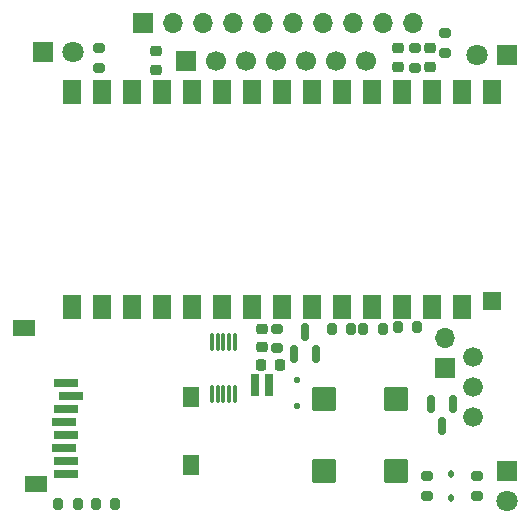
<source format=gbr>
%TF.GenerationSoftware,KiCad,Pcbnew,9.0.1*%
%TF.CreationDate,2025-06-10T11:43:45-04:00*%
%TF.ProjectId,Ceinture_respiration_Main,4365696e-7475-4726-955f-726573706972,1.1*%
%TF.SameCoordinates,Original*%
%TF.FileFunction,Soldermask,Bot*%
%TF.FilePolarity,Negative*%
%FSLAX46Y46*%
G04 Gerber Fmt 4.6, Leading zero omitted, Abs format (unit mm)*
G04 Created by KiCad (PCBNEW 9.0.1) date 2025-06-10 11:43:45*
%MOMM*%
%LPD*%
G01*
G04 APERTURE LIST*
G04 Aperture macros list*
%AMRoundRect*
0 Rectangle with rounded corners*
0 $1 Rounding radius*
0 $2 $3 $4 $5 $6 $7 $8 $9 X,Y pos of 4 corners*
0 Add a 4 corners polygon primitive as box body*
4,1,4,$2,$3,$4,$5,$6,$7,$8,$9,$2,$3,0*
0 Add four circle primitives for the rounded corners*
1,1,$1+$1,$2,$3*
1,1,$1+$1,$4,$5*
1,1,$1+$1,$6,$7*
1,1,$1+$1,$8,$9*
0 Add four rect primitives between the rounded corners*
20,1,$1+$1,$2,$3,$4,$5,0*
20,1,$1+$1,$4,$5,$6,$7,0*
20,1,$1+$1,$6,$7,$8,$9,0*
20,1,$1+$1,$8,$9,$2,$3,0*%
G04 Aperture macros list end*
%ADD10C,1.676400*%
%ADD11R,1.800000X1.800000*%
%ADD12C,1.800000*%
%ADD13R,1.700000X1.700000*%
%ADD14C,1.700000*%
%ADD15RoundRect,0.200000X-0.275000X0.200000X-0.275000X-0.200000X0.275000X-0.200000X0.275000X0.200000X0*%
%ADD16RoundRect,0.200000X0.200000X0.275000X-0.200000X0.275000X-0.200000X-0.275000X0.200000X-0.275000X0*%
%ADD17RoundRect,0.150000X-0.150000X0.587500X-0.150000X-0.587500X0.150000X-0.587500X0.150000X0.587500X0*%
%ADD18O,1.700000X1.700000*%
%ADD19RoundRect,0.075000X-0.075000X0.650000X-0.075000X-0.650000X0.075000X-0.650000X0.075000X0.650000X0*%
%ADD20RoundRect,0.150000X0.150000X-0.587500X0.150000X0.587500X-0.150000X0.587500X-0.150000X-0.587500X0*%
%ADD21RoundRect,0.200000X-0.200000X-0.275000X0.200000X-0.275000X0.200000X0.275000X-0.200000X0.275000X0*%
%ADD22R,2.000000X0.800000*%
%ADD23R,1.400000X1.800000*%
%ADD24R,1.900000X1.400000*%
%ADD25RoundRect,0.144400X0.235600X-0.825600X0.235600X0.825600X-0.235600X0.825600X-0.235600X-0.825600X0*%
%ADD26RoundRect,0.102000X-0.900000X0.900000X-0.900000X-0.900000X0.900000X-0.900000X0.900000X0.900000X0*%
%ADD27RoundRect,0.112500X-0.112500X0.187500X-0.112500X-0.187500X0.112500X-0.187500X0.112500X0.187500X0*%
%ADD28RoundRect,0.218750X-0.256250X0.218750X-0.256250X-0.218750X0.256250X-0.218750X0.256250X0.218750X0*%
%ADD29RoundRect,0.225000X-0.225000X-0.250000X0.225000X-0.250000X0.225000X0.250000X-0.225000X0.250000X0*%
%ADD30RoundRect,0.125000X0.125000X-0.125000X0.125000X0.125000X-0.125000X0.125000X-0.125000X-0.125000X0*%
%ADD31RoundRect,0.200000X0.275000X-0.200000X0.275000X0.200000X-0.275000X0.200000X-0.275000X-0.200000X0*%
%ADD32RoundRect,0.225000X-0.250000X0.225000X-0.250000X-0.225000X0.250000X-0.225000X0.250000X0.225000X0*%
%ADD33R,1.560000X2.000000*%
%ADD34R,1.560000X1.500000*%
G04 APERTURE END LIST*
D10*
%TO.C,S1*%
X39369750Y-29598000D03*
X39369750Y-32138000D03*
X39369750Y-34678000D03*
%TD*%
D11*
%TO.C,D5*%
X42250000Y-39225000D03*
D12*
X42250000Y-41765000D03*
%TD*%
D11*
%TO.C,D2*%
X2975000Y-3750000D03*
D12*
X5515000Y-3750000D03*
%TD*%
D11*
%TO.C,D1*%
X42275000Y-4000000D03*
D12*
X39735000Y-4000000D03*
%TD*%
D13*
%TO.C,J8*%
X15090000Y-4500000D03*
D14*
X17630000Y-4500000D03*
X20170000Y-4500000D03*
X22710000Y-4500000D03*
X25250000Y-4500000D03*
X27790000Y-4500000D03*
X30330000Y-4500000D03*
%TD*%
D15*
%TO.C,R8*%
X35500000Y-39675000D03*
X35500000Y-41325000D03*
%TD*%
D16*
%TO.C,R10*%
X29075000Y-27250000D03*
X27425000Y-27250000D03*
%TD*%
D17*
%TO.C,Q2*%
X35800000Y-33562500D03*
X37700000Y-33562500D03*
X36750000Y-35437500D03*
%TD*%
D13*
%TO.C,J2*%
X11460000Y-1270000D03*
D18*
X14000000Y-1270000D03*
X16540000Y-1270000D03*
X19080000Y-1270000D03*
X21620000Y-1270000D03*
X24160000Y-1270000D03*
X26700000Y-1270000D03*
X29240000Y-1270000D03*
X31780000Y-1270000D03*
X34320000Y-1270000D03*
%TD*%
D19*
%TO.C,U1*%
X17250000Y-28300000D03*
X17750000Y-28300000D03*
X18250000Y-28300000D03*
X18750000Y-28300000D03*
X19250000Y-28300000D03*
X19250000Y-32700000D03*
X18750000Y-32700000D03*
X18250000Y-32700000D03*
X17750000Y-32700000D03*
X17250000Y-32700000D03*
%TD*%
D20*
%TO.C,Q1*%
X26100000Y-29337500D03*
X24200000Y-29337500D03*
X25150000Y-27462500D03*
%TD*%
D13*
%TO.C,J11*%
X37000000Y-30500000D03*
D18*
X37000000Y-27960000D03*
%TD*%
D15*
%TO.C,R7*%
X22750000Y-27175000D03*
X22750000Y-28825000D03*
%TD*%
D16*
%TO.C,R6*%
X5900000Y-42000000D03*
X4250000Y-42000000D03*
%TD*%
D21*
%TO.C,R11*%
X30100000Y-27250000D03*
X31750000Y-27250000D03*
%TD*%
D22*
%TO.C,J9*%
X4950000Y-31810000D03*
X5350000Y-32910000D03*
X4950000Y-34010000D03*
X4750000Y-35110000D03*
X4950000Y-36210000D03*
X4750000Y-37310000D03*
X4950000Y-38410000D03*
X4950000Y-39510000D03*
D23*
X15500000Y-38700000D03*
X15500000Y-33000000D03*
D24*
X2350000Y-40300000D03*
X1350000Y-27150000D03*
%TD*%
D15*
%TO.C,R4*%
X7750000Y-3425000D03*
X7750000Y-5075000D03*
%TD*%
D25*
%TO.C,M1*%
X20900000Y-31980000D03*
X22100000Y-31980000D03*
%TD*%
D26*
%TO.C,LS1*%
X26725000Y-39275000D03*
X32875000Y-39275000D03*
X32875000Y-33125000D03*
X26725000Y-33125000D03*
%TD*%
D27*
%TO.C,D4*%
X37500000Y-39450000D03*
X37500000Y-41550000D03*
%TD*%
D28*
%TO.C,F2*%
X35750000Y-3462500D03*
X35750000Y-5037500D03*
%TD*%
%TO.C,F3*%
X12500000Y-3712500D03*
X12500000Y-5287500D03*
%TD*%
D29*
%TO.C,C3*%
X21450000Y-30250000D03*
X23000000Y-30250000D03*
%TD*%
D30*
%TO.C,D3*%
X24450000Y-33750000D03*
X24450000Y-31550000D03*
%TD*%
D31*
%TO.C,R3*%
X37000000Y-3825000D03*
X37000000Y-2175000D03*
%TD*%
D32*
%TO.C,C2*%
X21500000Y-27225000D03*
X21500000Y-28775000D03*
%TD*%
D21*
%TO.C,R5*%
X7425000Y-42000000D03*
X9075000Y-42000000D03*
%TD*%
D16*
%TO.C,R1*%
X34670000Y-27058000D03*
X33020000Y-27058000D03*
%TD*%
D33*
%TO.C,A1*%
X5440000Y-7150000D03*
X7980000Y-7150000D03*
X10520000Y-7150000D03*
X13060000Y-7150000D03*
X15600000Y-7150000D03*
X18140000Y-7150000D03*
X20680000Y-7150000D03*
X23220000Y-7150000D03*
X25760000Y-7150000D03*
X28300000Y-7150000D03*
X30840000Y-7150000D03*
X33380000Y-7150000D03*
X35920000Y-7150000D03*
X38460000Y-7150000D03*
X41000000Y-7150000D03*
D34*
X41000000Y-24850000D03*
D33*
X38460000Y-25350000D03*
X35920000Y-25350000D03*
X33380000Y-25350000D03*
X30840000Y-25350000D03*
X28300000Y-25350000D03*
X25760000Y-25350000D03*
X23220000Y-25350000D03*
X20680000Y-25350000D03*
X18140000Y-25350000D03*
X15600000Y-25350000D03*
X13060000Y-25350000D03*
X10520000Y-25350000D03*
X7980000Y-25350000D03*
X5440000Y-25350000D03*
%TD*%
D31*
%TO.C,R2*%
X34500000Y-5075000D03*
X34500000Y-3425000D03*
%TD*%
D28*
%TO.C,F1*%
X33000000Y-3462500D03*
X33000000Y-5037500D03*
%TD*%
D31*
%TO.C,R9*%
X39750000Y-41325000D03*
X39750000Y-39675000D03*
%TD*%
M02*

</source>
